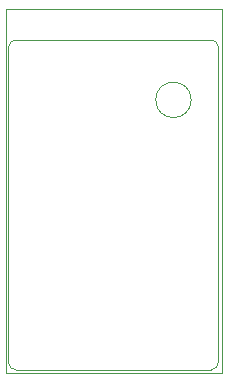
<source format=gbr>
%TF.GenerationSoftware,KiCad,Pcbnew,5.1.5+dfsg1-2~bpo10+1*%
%TF.CreationDate,Date%
%TF.ProjectId,ProMicro_LIPO,50726f4d-6963-4726-9f5f-4c49504f2e6b,v1.6*%
%TF.SameCoordinates,Original*%
%TF.FileFunction,Other,User*%
%FSLAX45Y45*%
G04 Gerber Fmt 4.5, Leading zero omitted, Abs format (unit mm)*
G04 Created by KiCad*
%MOMM*%
%LPD*%
G04 APERTURE LIST*
%ADD10C,0.100000*%
%ADD11C,0.050000*%
G04 APERTURE END LIST*
D10*
X-127000Y-63500D02*
X-127000Y2603500D01*
X1651000Y2603500D02*
X1651000Y-63500D01*
X1651000Y-63500D02*
G75*
G02X1587500Y-127000I-63500J0D01*
G01*
X-63500Y-127000D02*
G75*
G02X-127000Y-63500I0J63500D01*
G01*
X-127000Y2603500D02*
G75*
G02X-63500Y2667000I63500J0D01*
G01*
X1587500Y2667000D02*
G75*
G02X1651000Y2603500I0J-63500D01*
G01*
X1587500Y2667000D02*
X-63500Y2667000D01*
X-63500Y-127000D02*
X1587500Y-127000D01*
D11*
X-150000Y-150000D02*
X1680000Y-150000D01*
X-150000Y-150000D02*
X-150000Y2930000D01*
X1680000Y2930000D02*
X1680000Y-150000D01*
X1680000Y2930000D02*
X-150000Y2930000D01*
X1420000Y2159000D02*
G75*
G03X1420000Y2159000I-150000J0D01*
G01*
M02*

</source>
